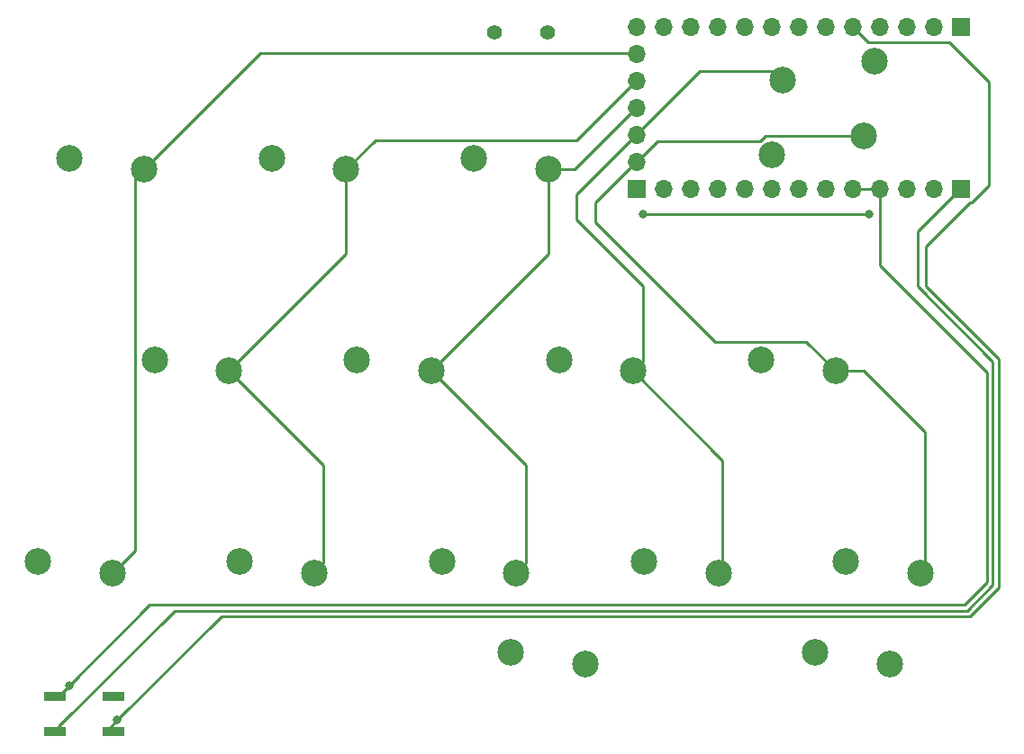
<source format=gtl>
%TF.GenerationSoftware,KiCad,Pcbnew,7.0.8*%
%TF.CreationDate,2023-11-29T19:23:37+01:00*%
%TF.ProjectId,Mathboard,4d617468-626f-4617-9264-2e6b69636164,rev?*%
%TF.SameCoordinates,Original*%
%TF.FileFunction,Copper,L1,Top*%
%TF.FilePolarity,Positive*%
%FSLAX46Y46*%
G04 Gerber Fmt 4.6, Leading zero omitted, Abs format (unit mm)*
G04 Created by KiCad (PCBNEW 7.0.8) date 2023-11-29 19:23:37*
%MOMM*%
%LPD*%
G01*
G04 APERTURE LIST*
%TA.AperFunction,ComponentPad*%
%ADD10C,2.500000*%
%TD*%
%TA.AperFunction,SMDPad,CuDef*%
%ADD11R,2.000000X0.900000*%
%TD*%
%TA.AperFunction,ComponentPad*%
%ADD12R,1.700000X1.700000*%
%TD*%
%TA.AperFunction,ComponentPad*%
%ADD13O,1.700000X1.700000*%
%TD*%
%TA.AperFunction,ComponentPad*%
%ADD14C,1.397000*%
%TD*%
%TA.AperFunction,ViaPad*%
%ADD15C,0.800000*%
%TD*%
%TA.AperFunction,Conductor*%
%ADD16C,0.250000*%
%TD*%
G04 APERTURE END LIST*
D10*
%TO.P,SW5,1,1*%
%TO.N,Net-(D5-A)*%
X166600000Y-46600000D03*
%TO.P,SW5,2,2*%
%TO.N,COL4*%
X165550000Y-53600000D03*
%TD*%
%TO.P,SW11,1,1*%
%TO.N,Net-(D11-A)*%
X106900000Y-93700000D03*
%TO.P,SW11,2,2*%
%TO.N,COL1*%
X113900000Y-94750000D03*
%TD*%
%TO.P,SW13,1,1*%
%TO.N,Net-(D13-A)*%
X144900000Y-93700000D03*
%TO.P,SW13,2,2*%
%TO.N,COL3*%
X151900000Y-94750000D03*
%TD*%
%TO.P,SW2,1,1*%
%TO.N,Net-(D2-A)*%
X109900000Y-55700000D03*
%TO.P,SW2,2,2*%
%TO.N,COL1*%
X116900000Y-56750000D03*
%TD*%
%TO.P,SW15,1,1*%
%TO.N,Net-(D15-A)*%
X139400000Y-103300000D03*
%TO.P,SW15,2,2*%
%TO.N,COL2*%
X132400000Y-102250000D03*
%TD*%
%TO.P,SW10,1,1*%
%TO.N,Net-(D10-A)*%
X87900000Y-93700000D03*
%TO.P,SW10,2,2*%
%TO.N,COL0*%
X94900000Y-94750000D03*
%TD*%
%TO.P,SW3,1,1*%
%TO.N,Net-(D3-A)*%
X128900000Y-55700000D03*
%TO.P,SW3,2,2*%
%TO.N,COL2*%
X135900000Y-56750000D03*
%TD*%
%TO.P,SW4,1,1*%
%TO.N,Net-(D4-A)*%
X156908000Y-55400000D03*
%TO.P,SW4,2,2*%
%TO.N,COL3*%
X157958000Y-48400000D03*
%TD*%
%TO.P,SW9,1,1*%
%TO.N,Net-(D9-A)*%
X155900000Y-74700000D03*
%TO.P,SW9,2,2*%
%TO.N,COL4*%
X162900000Y-75750000D03*
%TD*%
%TO.P,SW14,1,1*%
%TO.N,Net-(D14-A)*%
X163900000Y-93700000D03*
%TO.P,SW14,2,2*%
%TO.N,COL4*%
X170900000Y-94750000D03*
%TD*%
%TO.P,SW7,1,1*%
%TO.N,Net-(D7-A)*%
X117900000Y-74700000D03*
%TO.P,SW7,2,2*%
%TO.N,COL2*%
X124900000Y-75750000D03*
%TD*%
%TO.P,SW12,1,1*%
%TO.N,Net-(D12-A)*%
X125900000Y-93700000D03*
%TO.P,SW12,2,2*%
%TO.N,COL2*%
X132900000Y-94750000D03*
%TD*%
%TO.P,SW8,1,1*%
%TO.N,Net-(D8-A)*%
X136900000Y-74700000D03*
%TO.P,SW8,2,2*%
%TO.N,COL3*%
X143900000Y-75750000D03*
%TD*%
%TO.P,SW1,1,1*%
%TO.N,Net-(D1-A)*%
X90900000Y-55700000D03*
%TO.P,SW1,2,2*%
%TO.N,COL0*%
X97900000Y-56750000D03*
%TD*%
%TO.P,SW16,1,1*%
%TO.N,Net-(D16-A)*%
X168000000Y-103300000D03*
%TO.P,SW16,2,2*%
%TO.N,COL4*%
X161000000Y-102250000D03*
%TD*%
D11*
%TO.P,D17,1,VDD*%
%TO.N,VDD*%
X95000000Y-109650000D03*
%TO.P,D17,2,DOUT*%
%TO.N,unconnected-(D17-DOUT-Pad2)*%
X95000000Y-106350000D03*
%TO.P,D17,3,VSS*%
%TO.N,GND*%
X89500000Y-106350000D03*
%TO.P,D17,4,DIN*%
%TO.N,RGB_DIN*%
X89500000Y-109650000D03*
%TD*%
D10*
%TO.P,SW6,1,1*%
%TO.N,Net-(D6-A)*%
X98900000Y-74700000D03*
%TO.P,SW6,2,2*%
%TO.N,COL1*%
X105900000Y-75750000D03*
%TD*%
D12*
%TO.P,J1,1,Pin_1*%
%TO.N,Net-(J1-Pin_1)*%
X174680000Y-43360000D03*
D13*
%TO.P,J1,2,Pin_2*%
%TO.N,Net-(J1-Pin_2)*%
X172140000Y-43360000D03*
%TO.P,J1,3,Pin_3*%
%TO.N,GND*%
X169600000Y-43360000D03*
%TO.P,J1,4,Pin_4*%
%TO.N,Net-(J1-Pin_4)*%
X167060000Y-43360000D03*
%TO.P,J1,5,Pin_5*%
%TO.N,VDD*%
X164520000Y-43360000D03*
%TO.P,J1,6,Pin_6*%
%TO.N,Net-(J1-Pin_6)*%
X161980000Y-43360000D03*
%TO.P,J1,7,Pin_7*%
%TO.N,Net-(J1-Pin_7)*%
X159440000Y-43360000D03*
%TO.P,J1,8,Pin_8*%
%TO.N,Net-(J1-Pin_8)*%
X156900000Y-43360000D03*
%TO.P,J1,9,Pin_9*%
%TO.N,Net-(J1-Pin_9)*%
X154360000Y-43360000D03*
%TO.P,J1,10,Pin_10*%
%TO.N,Net-(J1-Pin_10)*%
X151820000Y-43360000D03*
%TO.P,J1,11,Pin_11*%
%TO.N,Net-(J1-Pin_11)*%
X149280000Y-43360000D03*
%TO.P,J1,12,Pin_12*%
%TO.N,Net-(J1-Pin_12)*%
X146740000Y-43360000D03*
%TD*%
D12*
%TO.P,J2,1,Pin_1*%
%TO.N,RGB_DIN*%
X174680000Y-58600000D03*
D13*
%TO.P,J2,2,Pin_2*%
%TO.N,Net-(J2-Pin_2)*%
X172140000Y-58600000D03*
%TO.P,J2,3,Pin_3*%
%TO.N,Net-(J2-Pin_3)*%
X169600000Y-58600000D03*
%TO.P,J2,4,Pin_4*%
%TO.N,GND*%
X167060000Y-58600000D03*
%TO.P,J2,5,Pin_5*%
X164520000Y-58600000D03*
%TO.P,J2,6,Pin_6*%
%TO.N,ROW3*%
X161980000Y-58600000D03*
%TO.P,J2,7,Pin_7*%
%TO.N,ROW2*%
X159440000Y-58600000D03*
%TO.P,J2,8,Pin_8*%
%TO.N,ROW1*%
X156900000Y-58600000D03*
%TO.P,J2,9,Pin_9*%
%TO.N,ROW0*%
X154360000Y-58600000D03*
%TO.P,J2,10,Pin_10*%
%TO.N,Net-(J2-Pin_10)*%
X151820000Y-58600000D03*
%TO.P,J2,11,Pin_11*%
%TO.N,Net-(J2-Pin_11)*%
X149280000Y-58600000D03*
%TO.P,J2,12,Pin_12*%
%TO.N,Net-(J2-Pin_12)*%
X146740000Y-58600000D03*
%TD*%
D12*
%TO.P,J4,1,Pin_1*%
%TO.N,Net-(J4-Pin_1)*%
X144200000Y-58600000D03*
D13*
%TO.P,J4,2,Pin_2*%
%TO.N,COL4*%
X144200000Y-56060000D03*
%TO.P,J4,3,Pin_3*%
%TO.N,COL3*%
X144200000Y-53520000D03*
%TO.P,J4,4,Pin_4*%
%TO.N,COL2*%
X144200000Y-50980000D03*
%TO.P,J4,5,Pin_5*%
%TO.N,COL1*%
X144200000Y-48440000D03*
%TO.P,J4,6,Pin_6*%
%TO.N,COL0*%
X144200000Y-45900000D03*
%TO.P,J4,7,Pin_7*%
%TO.N,Net-(J4-Pin_7)*%
X144200000Y-43360000D03*
%TD*%
D14*
%TO.P,SW17,7*%
%TO.N,N/C*%
X130799999Y-43897500D03*
%TO.P,SW17,8*%
X135800000Y-43897500D03*
%TD*%
D15*
%TO.N,VDD*%
X144800000Y-61000000D03*
X95400000Y-108600000D03*
X166050000Y-61000000D03*
%TO.N,GND*%
X90850000Y-105350000D03*
%TD*%
D16*
%TO.N,COL0*%
X108810000Y-45840000D02*
X144200000Y-45840000D01*
X97019479Y-92630521D02*
X94900000Y-94750000D01*
X97019479Y-57630521D02*
X97019479Y-92630521D01*
X97900000Y-56750000D02*
X108810000Y-45840000D01*
X97900000Y-56750000D02*
X97019479Y-57630521D01*
%TO.N,COL1*%
X116900000Y-56750000D02*
X116900000Y-64750000D01*
X119625000Y-54025000D02*
X138555000Y-54025000D01*
X116900000Y-56750000D02*
X119625000Y-54025000D01*
X114780521Y-84630521D02*
X114780521Y-93869479D01*
X114780521Y-93869479D02*
X113900000Y-94750000D01*
X105900000Y-75750000D02*
X114780521Y-84630521D01*
X138555000Y-54025000D02*
X144200000Y-48380000D01*
X116900000Y-64750000D02*
X105900000Y-75750000D01*
%TO.N,COL2*%
X133780521Y-84630521D02*
X133780521Y-93869479D01*
X135900000Y-56750000D02*
X138370000Y-56750000D01*
X124900000Y-75750000D02*
X133780521Y-84630521D01*
X135900000Y-56750000D02*
X135900000Y-64750000D01*
X138370000Y-56750000D02*
X144200000Y-50920000D01*
X135900000Y-64750000D02*
X124900000Y-75750000D01*
X133780521Y-93869479D02*
X132900000Y-94750000D01*
%TO.N,COL3*%
X157077479Y-47519479D02*
X157958000Y-48400000D01*
X150140521Y-47519479D02*
X157077479Y-47519479D01*
X152300000Y-84150000D02*
X152300000Y-94350000D01*
X138550000Y-61500000D02*
X138550000Y-59110000D01*
X152300000Y-94350000D02*
X151900000Y-94750000D01*
X144780521Y-74869479D02*
X144780521Y-67730521D01*
X138550000Y-59110000D02*
X150140521Y-47519479D01*
X144780521Y-67730521D02*
X138550000Y-61500000D01*
X143900000Y-75750000D02*
X152300000Y-84150000D01*
X143900000Y-75750000D02*
X144780521Y-74869479D01*
%TO.N,VDD*%
X177300000Y-48520000D02*
X173580000Y-44800000D01*
X175706042Y-59875000D02*
X177300000Y-58281042D01*
X177300000Y-58281042D02*
X177300000Y-48520000D01*
X171400000Y-64000000D02*
X175525000Y-59875000D01*
X175525000Y-59875000D02*
X175706042Y-59875000D01*
X175505635Y-98850000D02*
X178250000Y-96105635D01*
X178250000Y-74644365D02*
X171400000Y-67794365D01*
X165960000Y-44800000D02*
X164520000Y-43360000D01*
X178250000Y-96105635D02*
X178250000Y-74644365D01*
X173580000Y-44800000D02*
X165960000Y-44800000D01*
X171400000Y-67794365D02*
X171400000Y-64000000D01*
X105150000Y-98850000D02*
X175505635Y-98850000D01*
X94750000Y-109250000D02*
X94750000Y-109650000D01*
X166050000Y-61000000D02*
X144800000Y-61000000D01*
X95400000Y-108600000D02*
X105150000Y-98850000D01*
X95400000Y-108600000D02*
X94750000Y-109250000D01*
%TO.N,GND*%
X175050000Y-97750000D02*
X98450000Y-97750000D01*
X167060000Y-65787818D02*
X177150000Y-75877818D01*
X90850000Y-105350000D02*
X89850000Y-106350000D01*
X167060000Y-58600000D02*
X164520000Y-58600000D01*
X98450000Y-97750000D02*
X90850000Y-105350000D01*
X177150000Y-75877818D02*
X177150000Y-95650000D01*
X167060000Y-58600000D02*
X167060000Y-65787818D01*
X177150000Y-95650000D02*
X175050000Y-97750000D01*
%TO.N,RGB_DIN*%
X173980000Y-59220000D02*
X170600000Y-62600000D01*
X174000000Y-59220000D02*
X173980000Y-59220000D01*
X170600000Y-62600000D02*
X170600000Y-67772183D01*
X177700000Y-95877817D02*
X175277818Y-98300000D01*
X170600000Y-67772183D02*
X177700000Y-74872183D01*
X89850000Y-109200000D02*
X89850000Y-109650000D01*
X177700000Y-74872183D02*
X177700000Y-95877817D01*
X100750000Y-98300000D02*
X89850000Y-109200000D01*
X174680000Y-58540000D02*
X174000000Y-59220000D01*
X175277818Y-98300000D02*
X100750000Y-98300000D01*
%TO.N,COL4*%
X155845918Y-54100000D02*
X156345918Y-53600000D01*
X144200000Y-56060000D02*
X146160000Y-54100000D01*
X140300000Y-59900000D02*
X140300000Y-61750000D01*
X162900000Y-75750000D02*
X165550000Y-75750000D01*
X146160000Y-54100000D02*
X155845918Y-54100000D01*
X151575000Y-73025000D02*
X160175000Y-73025000D01*
X144200000Y-56000000D02*
X140300000Y-59900000D01*
X170900000Y-94750000D02*
X170900000Y-94900000D01*
X171300000Y-81500000D02*
X171300000Y-94350000D01*
X165550000Y-75750000D02*
X171300000Y-81500000D01*
X160175000Y-73025000D02*
X162900000Y-75750000D01*
X156345918Y-53600000D02*
X165550000Y-53600000D01*
X140300000Y-61750000D02*
X151575000Y-73025000D01*
X171300000Y-94350000D02*
X170900000Y-94750000D01*
%TD*%
M02*

</source>
